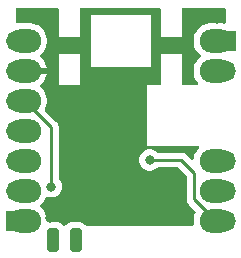
<source format=gbr>
%TF.GenerationSoftware,KiCad,Pcbnew,7.0.10*%
%TF.CreationDate,2024-01-21T02:22:15+01:00*%
%TF.ProjectId,powermeter,706f7765-726d-4657-9465-722e6b696361,rev?*%
%TF.SameCoordinates,Original*%
%TF.FileFunction,Copper,L2,Bot*%
%TF.FilePolarity,Positive*%
%FSLAX46Y46*%
G04 Gerber Fmt 4.6, Leading zero omitted, Abs format (unit mm)*
G04 Created by KiCad (PCBNEW 7.0.10) date 2024-01-21 02:22:15*
%MOMM*%
%LPD*%
G01*
G04 APERTURE LIST*
G04 Aperture macros list*
%AMRoundRect*
0 Rectangle with rounded corners*
0 $1 Rounding radius*
0 $2 $3 $4 $5 $6 $7 $8 $9 X,Y pos of 4 corners*
0 Add a 4 corners polygon primitive as box body*
4,1,4,$2,$3,$4,$5,$6,$7,$8,$9,$2,$3,0*
0 Add four circle primitives for the rounded corners*
1,1,$1+$1,$2,$3*
1,1,$1+$1,$4,$5*
1,1,$1+$1,$6,$7*
1,1,$1+$1,$8,$9*
0 Add four rect primitives between the rounded corners*
20,1,$1+$1,$2,$3,$4,$5,0*
20,1,$1+$1,$4,$5,$6,$7,0*
20,1,$1+$1,$6,$7,$8,$9,0*
20,1,$1+$1,$8,$9,$2,$3,0*%
G04 Aperture macros list end*
%TA.AperFunction,ComponentPad*%
%ADD10O,1.700000X1.700000*%
%TD*%
%TA.AperFunction,ComponentPad*%
%ADD11R,1.700000X1.700000*%
%TD*%
%TA.AperFunction,SMDPad,CuDef*%
%ADD12RoundRect,1.000000X0.375000X0.000000X-0.375000X0.000000X-0.375000X0.000000X0.375000X0.000000X0*%
%TD*%
%TA.AperFunction,SMDPad,CuDef*%
%ADD13RoundRect,0.254000X0.254000X-0.762000X0.254000X0.762000X-0.254000X0.762000X-0.254000X-0.762000X0*%
%TD*%
%TA.AperFunction,ViaPad*%
%ADD14C,0.800000*%
%TD*%
%TA.AperFunction,Conductor*%
%ADD15C,0.250000*%
%TD*%
G04 APERTURE END LIST*
D10*
%TO.P,J2,7,Pin_7*%
%TO.N,/MPU_INT*%
X69596000Y-59029600D03*
%TO.P,J2,6,Pin_6*%
%TO.N,/SCL*%
X69596000Y-56489600D03*
%TO.P,J2,5,Pin_5*%
%TO.N,/SDA*%
X69596000Y-53949600D03*
%TO.P,J2,2,Pin_2*%
%TO.N,Net-(J2-Pin_2)*%
X69596000Y-46329600D03*
D11*
%TO.P,J2,1,Pin_1*%
%TO.N,Net-(J2-Pin_1)*%
X69596000Y-43789600D03*
%TD*%
D12*
%TO.P,U1,1,D0/A0*%
%TO.N,Net-(J2-Pin_1)*%
X68741000Y-43799250D03*
%TO.P,U1,2,D1/A1*%
%TO.N,Net-(J2-Pin_2)*%
X68741000Y-46339250D03*
%TO.P,U1,5,D4/A4/SDA*%
%TO.N,/SDA*%
X68741000Y-53959250D03*
%TO.P,U1,6,D5/A5/SCL*%
%TO.N,/SCL*%
X68741000Y-56499250D03*
%TO.P,U1,7,D6/TX*%
%TO.N,/MPU_INT*%
X68741000Y-59039250D03*
%TO.P,U1,8,D7/RX*%
%TO.N,Net-(J3-Pin_1)*%
X52576000Y-59039250D03*
%TO.P,U1,9,D8/SCK*%
%TO.N,Net-(J3-Pin_2)*%
X52576000Y-56499250D03*
%TO.P,U1,10,D9/MISO*%
%TO.N,/HX_DATA*%
X52576000Y-53959250D03*
%TO.P,U1,11,D10/MOSI*%
%TO.N,/HX_CLK*%
X52576000Y-51419250D03*
%TO.P,U1,12,3v3*%
%TO.N,+3.3V*%
X52576000Y-48879250D03*
%TO.P,U1,13,GND*%
%TO.N,GND*%
X52576000Y-46339250D03*
%TO.P,U1,14,5v*%
%TO.N,/5V*%
X52576000Y-43799250D03*
D13*
%TO.P,U1,15*%
%TO.N,N/C*%
X56876000Y-60649250D03*
%TO.P,U1,16*%
X54971000Y-60649250D03*
%TD*%
D11*
%TO.P,J3,1,Pin_1*%
%TO.N,Net-(J3-Pin_1)*%
X51816000Y-59029600D03*
D10*
%TO.P,J3,2,Pin_2*%
%TO.N,Net-(J3-Pin_2)*%
X51816000Y-56489600D03*
%TO.P,J3,3,Pin_3*%
%TO.N,/HX_DATA*%
X51816000Y-53949600D03*
%TO.P,J3,4,Pin_4*%
%TO.N,/HX_CLK*%
X51816000Y-51409600D03*
%TO.P,J3,5,Pin_5*%
%TO.N,+3.3V*%
X51816000Y-48869600D03*
%TO.P,J3,6,Pin_6*%
%TO.N,GND*%
X51816000Y-46329600D03*
%TO.P,J3,7,Pin_7*%
%TO.N,/5V*%
X51816000Y-43789600D03*
%TD*%
D14*
%TO.N,GND*%
X60325000Y-57658000D03*
X57658000Y-41910000D03*
X63373000Y-46863000D03*
X54737000Y-58801000D03*
X61468000Y-54102000D03*
X65913000Y-58674000D03*
X56896000Y-57658000D03*
%TO.N,/MPU_INT*%
X63159017Y-53888017D03*
%TO.N,GND*%
X56896000Y-54864000D03*
X68834000Y-41910000D03*
X53086000Y-41656000D03*
X54864000Y-47244000D03*
X66548000Y-45212000D03*
X61976000Y-51308000D03*
%TO.N,+3.3V*%
X54827000Y-56134000D03*
%TD*%
D15*
%TO.N,GND*%
X60452000Y-51308000D02*
X61976000Y-51308000D01*
X56896000Y-54864000D02*
X60452000Y-51308000D01*
%TO.N,+3.3V*%
X54827000Y-56134000D02*
X54827000Y-51130250D01*
X54827000Y-51130250D02*
X52576000Y-48879250D01*
%TO.N,GND*%
X56896000Y-57658000D02*
X56896000Y-54610000D01*
%TO.N,/MPU_INT*%
X63159017Y-53888017D02*
X65826017Y-53888017D01*
X66929000Y-57227250D02*
X68741000Y-59039250D01*
X65826017Y-53888017D02*
X66929000Y-54991000D01*
X66929000Y-54991000D02*
X66929000Y-57227250D01*
%TO.N,GND*%
X52576000Y-46339250D02*
X54721250Y-46339250D01*
X54721250Y-46593250D02*
X54864000Y-46736000D01*
X54827000Y-46773000D02*
X54827000Y-48514000D01*
X56896000Y-50583000D02*
X56896000Y-54864000D01*
X54864000Y-46736000D02*
X54827000Y-46773000D01*
X54827000Y-48514000D02*
X56896000Y-50583000D01*
%TD*%
%TA.AperFunction,Conductor*%
%TO.N,GND*%
G36*
X55422039Y-41014185D02*
G01*
X55467794Y-41066989D01*
X55479000Y-41118500D01*
X55479000Y-43504250D01*
X57257000Y-43504250D01*
X57257000Y-41599250D01*
X58146000Y-41599250D01*
X58146000Y-46044250D01*
X63226000Y-46044250D01*
X63226000Y-41599250D01*
X58146000Y-41599250D01*
X57257000Y-41599250D01*
X57257000Y-41118500D01*
X57276685Y-41051461D01*
X57329489Y-41005706D01*
X57381000Y-40994500D01*
X63991000Y-40994500D01*
X64058039Y-41014185D01*
X64103794Y-41066989D01*
X64115000Y-41118500D01*
X64115000Y-43504250D01*
X65893000Y-43504250D01*
X65893000Y-41118500D01*
X65912685Y-41051461D01*
X65965489Y-41005706D01*
X66017000Y-40994500D01*
X69472000Y-40994500D01*
X69539039Y-41014185D01*
X69584794Y-41066989D01*
X69596000Y-41118500D01*
X69596000Y-42214068D01*
X69576315Y-42281107D01*
X69523511Y-42326862D01*
X69454353Y-42336806D01*
X69446553Y-42335429D01*
X69302239Y-42305169D01*
X69302235Y-42305168D01*
X69198850Y-42298750D01*
X69198842Y-42298750D01*
X68283158Y-42298750D01*
X68283149Y-42298750D01*
X68179764Y-42305168D01*
X68179761Y-42305169D01*
X67936384Y-42356200D01*
X67936374Y-42356203D01*
X67704730Y-42446592D01*
X67491097Y-42573889D01*
X67301350Y-42734598D01*
X67301348Y-42734600D01*
X67140639Y-42924347D01*
X67013342Y-43137980D01*
X66922953Y-43369624D01*
X66922950Y-43369634D01*
X66871919Y-43613011D01*
X66871918Y-43613014D01*
X66865500Y-43716399D01*
X66865500Y-43882100D01*
X66871918Y-43985485D01*
X66871919Y-43985488D01*
X66922950Y-44228865D01*
X66922953Y-44228875D01*
X67013342Y-44460519D01*
X67140639Y-44674152D01*
X67301348Y-44863899D01*
X67301350Y-44863901D01*
X67432084Y-44974628D01*
X67470519Y-45032977D01*
X67471306Y-45102842D01*
X67434197Y-45162042D01*
X67432084Y-45163872D01*
X67301350Y-45274598D01*
X67301348Y-45274600D01*
X67140639Y-45464347D01*
X67013342Y-45677980D01*
X66922953Y-45909624D01*
X66922950Y-45909634D01*
X66871919Y-46153011D01*
X66871918Y-46153014D01*
X66865500Y-46256399D01*
X66865500Y-46422100D01*
X66871918Y-46525485D01*
X66871919Y-46525488D01*
X66922950Y-46768865D01*
X66922953Y-46768875D01*
X67013342Y-47000519D01*
X67013344Y-47000523D01*
X67140634Y-47214144D01*
X67140638Y-47214148D01*
X67140640Y-47214152D01*
X67230593Y-47320359D01*
X67258900Y-47384238D01*
X67248178Y-47453280D01*
X67201830Y-47505564D01*
X67135971Y-47524500D01*
X66017000Y-47524500D01*
X65949961Y-47504815D01*
X65904206Y-47452011D01*
X65893000Y-47400500D01*
X65893000Y-44901250D01*
X64115000Y-44901250D01*
X64115000Y-47400500D01*
X64095315Y-47467539D01*
X64042511Y-47513294D01*
X63991000Y-47524500D01*
X62959346Y-47524500D01*
X62956591Y-47525395D01*
X62932236Y-47537803D01*
X62927543Y-47541213D01*
X62908213Y-47560543D01*
X62904803Y-47565236D01*
X62892395Y-47589591D01*
X62891500Y-47592346D01*
X62891500Y-52610655D01*
X62892397Y-52613416D01*
X62904802Y-52637761D01*
X62908219Y-52642463D01*
X62927539Y-52661783D01*
X62932242Y-52665200D01*
X62956581Y-52677601D01*
X62959345Y-52678499D01*
X62959346Y-52678500D01*
X62976083Y-52678500D01*
X67218230Y-52678500D01*
X67285269Y-52698185D01*
X67331024Y-52750989D01*
X67340968Y-52820147D01*
X67311943Y-52883703D01*
X67304784Y-52890781D01*
X67304976Y-52890973D01*
X67301348Y-52894600D01*
X67140639Y-53084347D01*
X67013342Y-53297980D01*
X66922953Y-53529624D01*
X66922950Y-53529634D01*
X66871045Y-53777178D01*
X66838021Y-53838751D01*
X66776951Y-53872696D01*
X66707224Y-53868235D01*
X66662003Y-53839412D01*
X66326820Y-53504229D01*
X66316997Y-53491967D01*
X66316776Y-53492151D01*
X66311803Y-53486139D01*
X66262793Y-53440116D01*
X66259994Y-53437403D01*
X66240494Y-53417902D01*
X66240488Y-53417897D01*
X66237303Y-53415426D01*
X66228451Y-53407865D01*
X66196599Y-53377955D01*
X66196597Y-53377953D01*
X66196594Y-53377952D01*
X66179046Y-53368305D01*
X66162780Y-53357621D01*
X66146949Y-53345341D01*
X66106866Y-53327995D01*
X66096380Y-53322858D01*
X66058111Y-53301820D01*
X66058109Y-53301819D01*
X66038710Y-53296839D01*
X66020298Y-53290535D01*
X66001915Y-53282579D01*
X66001909Y-53282577D01*
X65958777Y-53275746D01*
X65947339Y-53273378D01*
X65905037Y-53262517D01*
X65905036Y-53262517D01*
X65885001Y-53262517D01*
X65865603Y-53260990D01*
X65858179Y-53259814D01*
X65845822Y-53257857D01*
X65845821Y-53257857D01*
X65802342Y-53261967D01*
X65790673Y-53262517D01*
X63862765Y-53262517D01*
X63795726Y-53242832D01*
X63770617Y-53221491D01*
X63764890Y-53215131D01*
X63764886Y-53215127D01*
X63611751Y-53103868D01*
X63611746Y-53103865D01*
X63438824Y-53026874D01*
X63438819Y-53026872D01*
X63293018Y-52995882D01*
X63253663Y-52987517D01*
X63064371Y-52987517D01*
X63031914Y-52994415D01*
X62879214Y-53026872D01*
X62879209Y-53026874D01*
X62706287Y-53103865D01*
X62706282Y-53103868D01*
X62553146Y-53215128D01*
X62426483Y-53355802D01*
X62331838Y-53519732D01*
X62331835Y-53519739D01*
X62273344Y-53699757D01*
X62273343Y-53699761D01*
X62253557Y-53888017D01*
X62273343Y-54076273D01*
X62273344Y-54076276D01*
X62331835Y-54256294D01*
X62331838Y-54256301D01*
X62426484Y-54420233D01*
X62528202Y-54533202D01*
X62553146Y-54560905D01*
X62706282Y-54672165D01*
X62706287Y-54672168D01*
X62879209Y-54749159D01*
X62879214Y-54749161D01*
X63064371Y-54788517D01*
X63064372Y-54788517D01*
X63253661Y-54788517D01*
X63253663Y-54788517D01*
X63438820Y-54749161D01*
X63611747Y-54672168D01*
X63764888Y-54560905D01*
X63767805Y-54557664D01*
X63770617Y-54554543D01*
X63830104Y-54517896D01*
X63862765Y-54513517D01*
X65515565Y-54513517D01*
X65582604Y-54533202D01*
X65603246Y-54549836D01*
X66267181Y-55213771D01*
X66300666Y-55275094D01*
X66303500Y-55301452D01*
X66303500Y-57144505D01*
X66301775Y-57160122D01*
X66302061Y-57160149D01*
X66301326Y-57167915D01*
X66303439Y-57235122D01*
X66303500Y-57239017D01*
X66303500Y-57266607D01*
X66304003Y-57270585D01*
X66304918Y-57282217D01*
X66306290Y-57325874D01*
X66306291Y-57325877D01*
X66311880Y-57345117D01*
X66315824Y-57364161D01*
X66317086Y-57374144D01*
X66318336Y-57384042D01*
X66334414Y-57424653D01*
X66338197Y-57435702D01*
X66350381Y-57477638D01*
X66360580Y-57494884D01*
X66369138Y-57512353D01*
X66376514Y-57530982D01*
X66402181Y-57566310D01*
X66408593Y-57576071D01*
X66430828Y-57613667D01*
X66430833Y-57613674D01*
X66444990Y-57627830D01*
X66457627Y-57642625D01*
X66469406Y-57658837D01*
X66501647Y-57685509D01*
X66503057Y-57686675D01*
X66511698Y-57694538D01*
X67012977Y-58195817D01*
X67046462Y-58257140D01*
X67041478Y-58326832D01*
X67031819Y-58346971D01*
X67013343Y-58377977D01*
X67013343Y-58377978D01*
X66922953Y-58609624D01*
X66922950Y-58609634D01*
X66871919Y-58853011D01*
X66871918Y-58853014D01*
X66865500Y-58956399D01*
X66865500Y-59122100D01*
X66871918Y-59225485D01*
X66871919Y-59225489D01*
X66884723Y-59286553D01*
X66879215Y-59356206D01*
X66836924Y-59411823D01*
X66771278Y-59435747D01*
X66763362Y-59436000D01*
X57797135Y-59436000D01*
X57730096Y-59416315D01*
X57709454Y-59399681D01*
X57601153Y-59291380D01*
X57601149Y-59291377D01*
X57451044Y-59198790D01*
X57451038Y-59198787D01*
X57451036Y-59198786D01*
X57283612Y-59143308D01*
X57180271Y-59132750D01*
X56571735Y-59132750D01*
X56571720Y-59132751D01*
X56468386Y-59143308D01*
X56300966Y-59198785D01*
X56300955Y-59198790D01*
X56150850Y-59291377D01*
X56150846Y-59291380D01*
X56042546Y-59399681D01*
X55981223Y-59433166D01*
X55954865Y-59436000D01*
X55892135Y-59436000D01*
X55825096Y-59416315D01*
X55804454Y-59399681D01*
X55696153Y-59291380D01*
X55696149Y-59291377D01*
X55546044Y-59198790D01*
X55546038Y-59198787D01*
X55546036Y-59198786D01*
X55378612Y-59143308D01*
X55275271Y-59132750D01*
X54666735Y-59132750D01*
X54666720Y-59132751D01*
X54588102Y-59140783D01*
X54519409Y-59128013D01*
X54468525Y-59080133D01*
X54451500Y-59017425D01*
X54451500Y-58956418D01*
X54451500Y-58956408D01*
X54445081Y-58853013D01*
X54394050Y-58609636D01*
X54394048Y-58609631D01*
X54394046Y-58609624D01*
X54303657Y-58377980D01*
X54303656Y-58377978D01*
X54303656Y-58377977D01*
X54176366Y-58164356D01*
X54176363Y-58164353D01*
X54176360Y-58164347D01*
X54015651Y-57974600D01*
X54015650Y-57974599D01*
X53884915Y-57863872D01*
X53846480Y-57805524D01*
X53845693Y-57735659D01*
X53882802Y-57676458D01*
X53884915Y-57674628D01*
X54015650Y-57563900D01*
X54015651Y-57563899D01*
X54176360Y-57374152D01*
X54176361Y-57374148D01*
X54176366Y-57374144D01*
X54303656Y-57160523D01*
X54347446Y-57048300D01*
X54390153Y-56993002D01*
X54455977Y-56969572D01*
X54513398Y-56980095D01*
X54547197Y-56995144D01*
X54732354Y-57034500D01*
X54732355Y-57034500D01*
X54921644Y-57034500D01*
X54921646Y-57034500D01*
X55106803Y-56995144D01*
X55279730Y-56918151D01*
X55432871Y-56806888D01*
X55559533Y-56666216D01*
X55654179Y-56502284D01*
X55712674Y-56322256D01*
X55732460Y-56134000D01*
X55712674Y-55945744D01*
X55654179Y-55765716D01*
X55559533Y-55601784D01*
X55484350Y-55518284D01*
X55454120Y-55455292D01*
X55452500Y-55435312D01*
X55452500Y-51212992D01*
X55454224Y-51197372D01*
X55453939Y-51197345D01*
X55454673Y-51189583D01*
X55452561Y-51122362D01*
X55452500Y-51118468D01*
X55452500Y-51090906D01*
X55452500Y-51090900D01*
X55451996Y-51086918D01*
X55451081Y-51075279D01*
X55449710Y-51031623D01*
X55444119Y-51012380D01*
X55440173Y-50993328D01*
X55437664Y-50973458D01*
X55421579Y-50932833D01*
X55417806Y-50921812D01*
X55405618Y-50879860D01*
X55405617Y-50879859D01*
X55405617Y-50879857D01*
X55405616Y-50879856D01*
X55395423Y-50862621D01*
X55386861Y-50845144D01*
X55379487Y-50826519D01*
X55353816Y-50791187D01*
X55347405Y-50781427D01*
X55325170Y-50743830D01*
X55325168Y-50743828D01*
X55325165Y-50743824D01*
X55311006Y-50729665D01*
X55298368Y-50714869D01*
X55286594Y-50698663D01*
X55252940Y-50670822D01*
X55244299Y-50662959D01*
X54304022Y-49722682D01*
X54270537Y-49661359D01*
X54275521Y-49591667D01*
X54285179Y-49571529D01*
X54303656Y-49540523D01*
X54303658Y-49540518D01*
X54394046Y-49308875D01*
X54394046Y-49308871D01*
X54394050Y-49308864D01*
X54445081Y-49065487D01*
X54451500Y-48962092D01*
X54451500Y-48796408D01*
X54445081Y-48693013D01*
X54394050Y-48449636D01*
X54394048Y-48449631D01*
X54394046Y-48449624D01*
X54303657Y-48217980D01*
X54303656Y-48217977D01*
X54176366Y-48004356D01*
X54176363Y-48004353D01*
X54176360Y-48004347D01*
X54015653Y-47814602D01*
X53884527Y-47703543D01*
X53846093Y-47645194D01*
X53845306Y-47575329D01*
X53882416Y-47516129D01*
X53884528Y-47514298D01*
X54015298Y-47403541D01*
X54175953Y-47213858D01*
X54303206Y-47000299D01*
X54393564Y-46768732D01*
X54393567Y-46768722D01*
X54431199Y-46589250D01*
X52450000Y-46589250D01*
X52382961Y-46569565D01*
X52337206Y-46516761D01*
X52326000Y-46465250D01*
X52326000Y-46213250D01*
X52345685Y-46146211D01*
X52398489Y-46100456D01*
X52450000Y-46089250D01*
X54431198Y-46089250D01*
X54393567Y-45909777D01*
X54393564Y-45909767D01*
X54303206Y-45678200D01*
X54175953Y-45464641D01*
X54015298Y-45274957D01*
X53884527Y-45164199D01*
X53846093Y-45105850D01*
X53845306Y-45035985D01*
X53882415Y-44976785D01*
X53884463Y-44975010D01*
X53971551Y-44901250D01*
X55479000Y-44901250D01*
X55479000Y-47568250D01*
X57257000Y-47568250D01*
X57257000Y-44901250D01*
X55479000Y-44901250D01*
X53971551Y-44901250D01*
X54015650Y-44863900D01*
X54069222Y-44800648D01*
X54176360Y-44674152D01*
X54176361Y-44674148D01*
X54176366Y-44674144D01*
X54303656Y-44460523D01*
X54363080Y-44308230D01*
X54394046Y-44228875D01*
X54394046Y-44228871D01*
X54394050Y-44228864D01*
X54445081Y-43985487D01*
X54451500Y-43882092D01*
X54451500Y-43716408D01*
X54445081Y-43613013D01*
X54394050Y-43369636D01*
X54394048Y-43369631D01*
X54394046Y-43369624D01*
X54303657Y-43137980D01*
X54303656Y-43137977D01*
X54176366Y-42924356D01*
X54176363Y-42924353D01*
X54176360Y-42924347D01*
X54015651Y-42734600D01*
X54015649Y-42734598D01*
X53825902Y-42573889D01*
X53694858Y-42495804D01*
X53612273Y-42446594D01*
X53612271Y-42446593D01*
X53612269Y-42446592D01*
X53380625Y-42356203D01*
X53380615Y-42356200D01*
X53137238Y-42305169D01*
X53137235Y-42305168D01*
X53033850Y-42298750D01*
X53033842Y-42298750D01*
X52118158Y-42298750D01*
X52118149Y-42298750D01*
X52014764Y-42305168D01*
X52014757Y-42305169D01*
X51965446Y-42315509D01*
X51895794Y-42310001D01*
X51840177Y-42267710D01*
X51816253Y-42202063D01*
X51816000Y-42194148D01*
X51816000Y-41118500D01*
X51835685Y-41051461D01*
X51888489Y-41005706D01*
X51940000Y-40994500D01*
X55355000Y-40994500D01*
X55422039Y-41014185D01*
G37*
%TD.AperFunction*%
%TD*%
M02*

</source>
